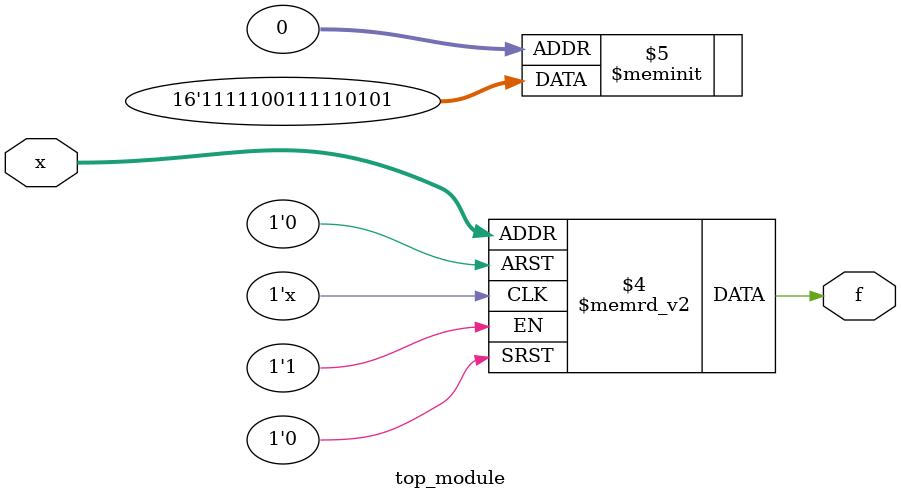
<source format=sv>
module top_module (
    input [4:1] x,
    output logic f
);

    always_comb begin
        case (x)
            4'b0001, 4'b0011, 4'b1001, 4'b1010: f = 1'b0; // correspond to 0 in K-map
            4'b0101, 4'b1100, 4'b1101: f = 1'b1; // correspond to 1 in K-map
            4'b1000, 4'b1001, 4'b1011, 4'b1101, 4'b1111: f = 1'b1; // covering don't-care states as 1
            4'b0000, 4'b0010, 4'b0100, 4'b0110, 4'b0111: f = 1'b1; // covering don't-care states as 1
            default: f = 1'b1; // default if not covered
        endcase
    end

endmodule

</source>
